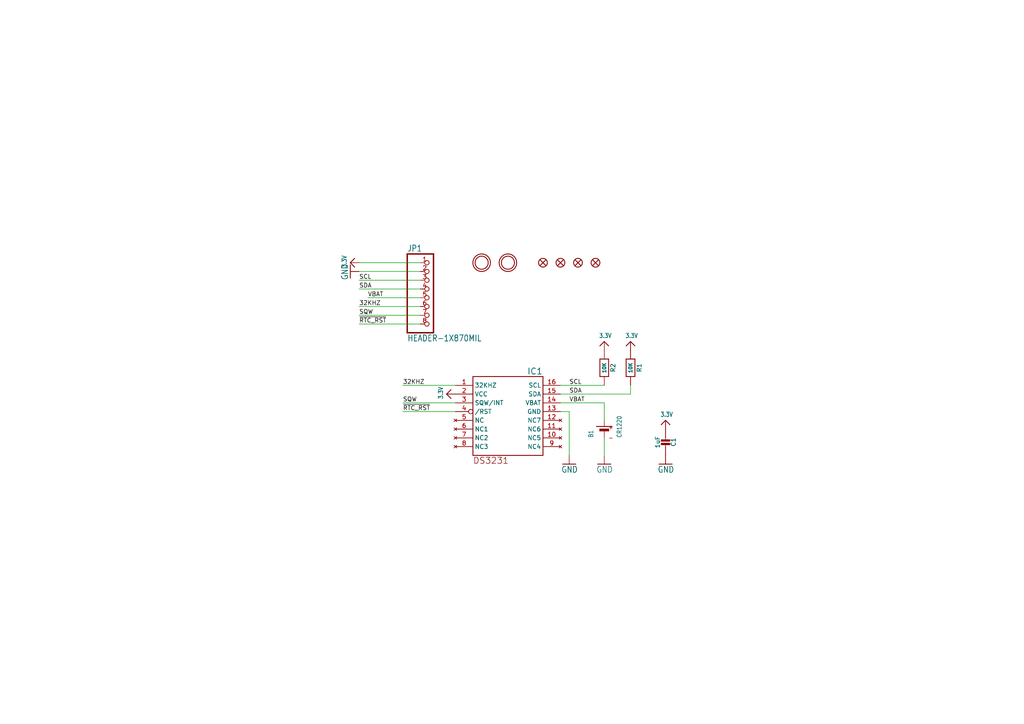
<source format=kicad_sch>
(kicad_sch (version 20211123) (generator eeschema)
  (paper "A4")
  (lib_symbols
    (symbol "eagleSchem-eagle-import:3.3V" (power)
      (property "Value" "3.3V" (at -1.524 1.016 0))
      (symbol "3.3V_1_0"
        (polyline (pts (xy -1.27 -1.27) (xy 0 0)) (stroke (width 0.254)))
        (polyline (pts (xy 0 0) (xy 1.27 -1.27)) (stroke (width 0.254)))
        (pin power_in line (at 0 -2.54 90) (length 2.54) (name "3.3V") (number "1"))
      )
    )
    (symbol "eagleSchem-eagle-import:BATTERYCR1220_SMT"
      (property "Reference" "B" (at -2.54 3.175 0))
      (property "Value" "BATTERYCR1220_SMT" (at -2.54 -5.08 0))
      (symbol "BATTERYCR1220_SMT_1_0"
        (polyline (pts (xy -2.54 0) (xy -0.635 0)) (stroke (width 0.1524)))
        (polyline (pts (xy -0.508 -1.27) (xy -0.508 1.27)) (stroke (width 0.254)))
        (polyline (pts (xy -0.508 1.27) (xy -0.254 1.27)) (stroke (width 0.254)))
        (polyline (pts (xy -0.254 -1.27) (xy -0.508 -1.27)) (stroke (width 0.254)))
        (polyline (pts (xy -0.254 1.27) (xy -0.254 -1.27)) (stroke (width 0.254)))
        (polyline (pts (xy -0.254 1.27) (xy 0 1.27)) (stroke (width 0.254)))
        (polyline (pts (xy 0 -1.27) (xy -0.254 -1.27)) (stroke (width 0.254)))
        (polyline (pts (xy 0 1.27) (xy 0 -1.27)) (stroke (width 0.254)))
        (polyline (pts (xy 0.762 2.286) (xy 0.762 -2.286)) (stroke (width 0.254)))
        (polyline (pts (xy 0.889 0) (xy 2.54 0)) (stroke (width 0.1524)))
        (text "+" (at 1.27 -1.143 900) (effects (font (size 1.27 1.0795)) (justify right top)))
        (text "-" (at -1.778 -1.143 900) (effects (font (size 1.27 1.0795)) (justify right top)))
        (pin passive line (at 2.54 0 180) (length 0) (name "+") (number "+$1"))
        (pin passive line (at -2.54 0 0) (length 0) (name "-") (number "-"))
      )
    )
    (symbol "eagleSchem-eagle-import:CAP_CERAMIC0805-NOOUTLINE"
      (property "Reference" "C" (at -2.29 1.25 90))
      (property "Value" "CAP_CERAMIC0805-NOOUTLINE" (at 2.3 1.25 90))
      (symbol "CAP_CERAMIC0805-NOOUTLINE_1_0"
        (rectangle (start -1.27 0.508) (end 1.27 1.016) (fill (type outline)))
        (rectangle (start -1.27 1.524) (end 1.27 2.032) (fill (type outline)))
        (polyline (pts (xy 0 0.762) (xy 0 0)) (stroke (width 0.1524)))
        (polyline (pts (xy 0 2.54) (xy 0 1.778)) (stroke (width 0.1524)))
        (pin passive line (at 0 5.08 270) (length 2.54) (name "1") (number "1"))
        (pin passive line (at 0 -2.54 90) (length 2.54) (name "2") (number "2"))
      )
    )
    (symbol "eagleSchem-eagle-import:DS3231{slash}SO"
      (property "Reference" "IC" (at 10.16 15.24 0))
      (symbol "DS3231{slash}SO_1_0"
        (polyline (pts (xy -10.16 -10.16) (xy -10.16 12.7)) (stroke (width 0.254)))
        (polyline (pts (xy -10.16 12.7) (xy 10.16 12.7)) (stroke (width 0.254)))
        (polyline (pts (xy 10.16 -10.16) (xy -10.16 -10.16)) (stroke (width 0.254)))
        (polyline (pts (xy 10.16 12.7) (xy 10.16 -10.16)) (stroke (width 0.254)))
        (text "DS3231" (at -10.16 -12.7 0) (effects (font (size 1.778 1.778)) (justify left bottom)))
        (pin output line (at -15.24 10.16 0) (length 5.08) (name "32KHZ") (number "1"))
        (pin no_connect line (at 15.24 -5.08 180) (length 5.08) (name "NC5") (number "10"))
        (pin no_connect line (at 15.24 -2.54 180) (length 5.08) (name "NC6") (number "11"))
        (pin no_connect line (at 15.24 0 180) (length 5.08) (name "NC7") (number "12"))
        (pin power_in line (at 15.24 2.54 180) (length 5.08) (name "GND") (number "13"))
        (pin power_in line (at 15.24 5.08 180) (length 5.08) (name "VBAT") (number "14"))
        (pin bidirectional line (at 15.24 7.62 180) (length 5.08) (name "SDA") (number "15"))
        (pin bidirectional line (at 15.24 10.16 180) (length 5.08) (name "SCL") (number "16"))
        (pin power_in line (at -15.24 7.62 0) (length 5.08) (name "VCC") (number "2"))
        (pin output line (at -15.24 5.08 0) (length 5.08) (name "SQW/INT") (number "3"))
        (pin passive inverted (at -15.24 2.54 0) (length 5.08) (name "/RST") (number "4"))
        (pin no_connect line (at -15.24 0 0) (length 5.08) (name "NC") (number "5"))
        (pin no_connect line (at -15.24 -2.54 0) (length 5.08) (name "NC1") (number "6"))
        (pin no_connect line (at -15.24 -5.08 0) (length 5.08) (name "NC2") (number "7"))
        (pin no_connect line (at -15.24 -7.62 0) (length 5.08) (name "NC3") (number "8"))
        (pin no_connect line (at 15.24 -7.62 180) (length 5.08) (name "NC4") (number "9"))
      )
    )
    (symbol "eagleSchem-eagle-import:FIDUCIAL{dblquote}{dblquote}"
      (symbol "FIDUCIAL{dblquote}{dblquote}_1_0"
        (polyline (pts (xy -0.762 0.762) (xy 0.762 -0.762)) (stroke (width 0.254)))
        (polyline (pts (xy 0.762 0.762) (xy -0.762 -0.762)) (stroke (width 0.254)))
        (circle (center 0 0) (radius 1.27) (stroke (width 0.254)))
      )
    )
    (symbol "eagleSchem-eagle-import:GND" (power)
      (property "Value" "GND" (at -2.54 -2.54 0))
      (symbol "GND_1_0"
        (polyline (pts (xy -1.905 0) (xy 1.905 0)) (stroke (width 0.254)))
        (pin power_in line (at 0 2.54 270) (length 2.54) (name "GND") (number "1"))
      )
    )
    (symbol "eagleSchem-eagle-import:HEADER-1X870MIL"
      (property "Reference" "JP" (at -6.35 13.335 0))
      (property "Value" "HEADER-1X870MIL" (at -6.35 -12.7 0))
      (symbol "HEADER-1X870MIL_1_0"
        (polyline (pts (xy -6.35 -10.16) (xy 1.27 -10.16)) (stroke (width 0.4064)))
        (polyline (pts (xy -6.35 12.7) (xy -6.35 -10.16)) (stroke (width 0.4064)))
        (polyline (pts (xy 1.27 -10.16) (xy 1.27 12.7)) (stroke (width 0.4064)))
        (polyline (pts (xy 1.27 12.7) (xy -6.35 12.7)) (stroke (width 0.4064)))
        (pin passive inverted (at -2.54 10.16 0) (length 2.54) (name "1") (number "1"))
        (pin passive inverted (at -2.54 7.62 0) (length 2.54) (name "2") (number "2"))
        (pin passive inverted (at -2.54 5.08 0) (length 2.54) (name "3") (number "3"))
        (pin passive inverted (at -2.54 2.54 0) (length 2.54) (name "4") (number "4"))
        (pin passive inverted (at -2.54 0 0) (length 2.54) (name "5") (number "5"))
        (pin passive inverted (at -2.54 -2.54 0) (length 2.54) (name "6") (number "6"))
        (pin passive inverted (at -2.54 -5.08 0) (length 2.54) (name "7") (number "7"))
        (pin passive inverted (at -2.54 -7.62 0) (length 2.54) (name "8") (number "8"))
      )
    )
    (symbol "eagleSchem-eagle-import:MOUNTINGHOLE2.5"
      (symbol "MOUNTINGHOLE2.5_1_0"
        (circle (center 0 0) (radius 1.905) (stroke (width 0.254)))
        (circle (center 0 0) (radius 2.54) (stroke (width 0.254)))
      )
    )
    (symbol "eagleSchem-eagle-import:RESISTOR0805_NOOUTLINE"
      (property "Reference" "R" (at 0 2.54 0))
      (property "Value" "RESISTOR0805_NOOUTLINE" (at 0 0 0))
      (symbol "RESISTOR0805_NOOUTLINE_1_0"
        (polyline (pts (xy -2.54 -1.27) (xy -2.54 1.27)) (stroke (width 0.254)))
        (polyline (pts (xy -2.54 1.27) (xy 2.54 1.27)) (stroke (width 0.254)))
        (polyline (pts (xy 2.54 -1.27) (xy -2.54 -1.27)) (stroke (width 0.254)))
        (polyline (pts (xy 2.54 1.27) (xy 2.54 -1.27)) (stroke (width 0.254)))
        (pin passive line (at -5.08 0 0) (length 2.54) (name "1") (number "1"))
        (pin passive line (at 5.08 0 180) (length 2.54) (name "2") (number "2"))
      )
    )
  )
  (wire (pts (xy 121.92 76.2) (xy 104.14 76.2)))
  (wire (pts (xy 104.14 83.82) (xy 121.92 83.82)))
  (wire (pts (xy 162.56 119.38) (xy 165.1 119.38)))
  (wire (pts (xy 116.84 119.38) (xy 132.08 119.38)))
  (wire (pts (xy 104.14 78.74) (xy 121.92 78.74)))
  (wire (pts (xy 116.84 111.76) (xy 132.08 111.76)))
  (wire (pts (xy 121.92 81.28) (xy 104.14 81.28)))
  (wire (pts (xy 175.26 127) (xy 175.26 132.08)))
  (wire (pts (xy 165.1 119.38) (xy 165.1 132.08)))
  (wire (pts (xy 162.56 116.84) (xy 175.26 116.84)))
  (wire (pts (xy 104.14 88.9) (xy 121.92 88.9)))
  (wire (pts (xy 121.92 86.36) (xy 106.68 86.36)))
  (wire (pts (xy 162.56 114.3) (xy 182.88 114.3)))
  (wire (pts (xy 116.84 116.84) (xy 132.08 116.84)))
  (wire (pts (xy 121.92 93.98) (xy 104.14 93.98)))
  (wire (pts (xy 182.88 114.3) (xy 182.88 111.76)))
  (wire (pts (xy 175.26 116.84) (xy 175.26 121.92)))
  (wire (pts (xy 162.56 111.76) (xy 175.26 111.76)))
  (wire (pts (xy 121.92 91.44) (xy 104.14 91.44)))
  (label "~{RTC_RST}" (at 116.84 119.38 0) (effects (font (size 1.2446 1.2446))))
  (label "~{RTC_RST}" (at 104.14 93.98 0) (effects (font (size 1.2446 1.2446))))
  (label "32KHZ" (at 104.14 88.9 0) (effects (font (size 1.2446 1.2446))))
  (label "SQW" (at 116.84 116.84 0) (effects (font (size 1.2446 1.2446))))
  (label "SCL" (at 104.14 81.28 0) (effects (font (size 1.2446 1.2446))))
  (label "VBAT" (at 106.68 86.36 0) (effects (font (size 1.2446 1.2446))))
  (label "SQW" (at 104.14 91.44 0) (effects (font (size 1.2446 1.2446))))
  (label "32KHZ" (at 116.84 111.76 0) (effects (font (size 1.2446 1.2446))))
  (label "SDA" (at 165.1 114.3 0) (effects (font (size 1.2446 1.2446))))
  (label "SDA" (at 104.14 83.82 0) (effects (font (size 1.2446 1.2446))))
  (label "VBAT" (at 165.1 116.84 0) (effects (font (size 1.2446 1.2446))))
  (label "SCL" (at 165.1 111.76 0) (effects (font (size 1.2446 1.2446))))
  (symbol (lib_id "eagleSchem-eagle-import:GND") (at 165.1 134.62 0) (mirror y) (unit 1)
    (property "Reference" "#GND1" (effects hide))
    (property "Value" "GND" (at 167.64 137.16 0) (effects (font (size 1.778 1.5113)) (justify left bottom)))
    (property "Footprint" "eagleSchem:" (effects hide))
  )
  (symbol (lib_id "eagleSchem-eagle-import:FIDUCIAL{dblquote}{dblquote}") (at 157.48 76.2 0) (unit 1)
    (property "Reference" "FID2" (effects hide))
    (property "Value" "FIDUCIAL{dblquote}{dblquote}" (effects hide))
    (property "Footprint" "eagleSchem:FIDUCIAL_1MM" (effects hide))
  )
  (symbol (lib_id "eagleSchem-eagle-import:MOUNTINGHOLE2.5") (at 147.32 76.2 0) (unit 1)
    (property "Reference" "U$7" (effects hide))
    (property "Value" "MOUNTINGHOLE2.5" (effects hide))
    (property "Footprint" "eagleSchem:MOUNTINGHOLE_2.5_PLATED" (effects hide))
  )
  (symbol (lib_id "eagleSchem-eagle-import:FIDUCIAL{dblquote}{dblquote}") (at 172.72 76.2 0) (unit 1)
    (property "Reference" "FID4" (effects hide))
    (property "Value" "FIDUCIAL{dblquote}{dblquote}" (effects hide))
    (property "Footprint" "eagleSchem:FIDUCIAL_1MM" (effects hide))
  )
  (symbol (lib_id "eagleSchem-eagle-import:BATTERYCR1220_SMT") (at 175.26 124.46 90) (unit 1)
    (property "Reference" "B1" (at 172.085 127 0) (effects (font (size 1.27 1.0795)) (justify left bottom)))
    (property "Value" "CR1220" (at 180.34 127 0) (effects (font (size 1.27 1.0795)) (justify left bottom)))
    (property "Footprint" "eagleSchem:CR1220" (effects hide))
  )
  (symbol (lib_id "eagleSchem-eagle-import:CAP_CERAMIC0805-NOOUTLINE") (at 193.04 127 180) (unit 1)
    (property "Reference" "C1" (at 195.33 128.25 90))
    (property "Value" "1uF" (at 190.74 128.25 90))
    (property "Footprint" "eagleSchem:0805-NO" (effects hide))
  )
  (symbol (lib_id "eagleSchem-eagle-import:RESISTOR0805_NOOUTLINE") (at 175.26 106.68 270) (unit 1)
    (property "Reference" "R2" (at 177.8 106.68 0))
    (property "Value" "10K" (at 175.26 106.68 0) (effects (font (size 1.016 1.016) bold)))
    (property "Footprint" "eagleSchem:0805-NO" (effects hide))
  )
  (symbol (lib_id "eagleSchem-eagle-import:FIDUCIAL{dblquote}{dblquote}") (at 167.64 76.2 0) (unit 1)
    (property "Reference" "FID1" (effects hide))
    (property "Value" "FIDUCIAL{dblquote}{dblquote}" (effects hide))
    (property "Footprint" "eagleSchem:FIDUCIAL_1MM" (effects hide))
  )
  (symbol (lib_id "eagleSchem-eagle-import:MOUNTINGHOLE2.5") (at 139.7 76.2 0) (unit 1)
    (property "Reference" "U$6" (effects hide))
    (property "Value" "MOUNTINGHOLE2.5" (effects hide))
    (property "Footprint" "eagleSchem:MOUNTINGHOLE_2.5_PLATED" (effects hide))
  )
  (symbol (lib_id "eagleSchem-eagle-import:3.3V") (at 175.26 99.06 0) (unit 1)
    (property "Reference" "#U$3" (effects hide))
    (property "Value" "3.3V" (at 173.736 98.044 0) (effects (font (size 1.27 1.0795)) (justify left bottom)))
    (property "Footprint" "eagleSchem:" (effects hide))
  )
  (symbol (lib_id "eagleSchem-eagle-import:GND") (at 101.6 78.74 270) (mirror x) (unit 1)
    (property "Reference" "#GND3" (effects hide))
    (property "Value" "GND" (at 99.06 81.28 0) (effects (font (size 1.778 1.5113)) (justify left bottom)))
    (property "Footprint" "eagleSchem:" (effects hide))
  )
  (symbol (lib_id "eagleSchem-eagle-import:DS3231{slash}SO") (at 147.32 121.92 0) (unit 1)
    (property "Reference" "IC1" (at 157.48 106.68 0) (effects (font (size 1.778 1.778)) (justify right top)))
    (property "Value" "DS3231{slash}SO" (effects hide))
    (property "Footprint" "eagleSchem:SO16W" (effects hide))
  )
  (symbol (lib_id "eagleSchem-eagle-import:3.3V") (at 129.54 114.3 90) (unit 1)
    (property "Reference" "#U$2" (effects hide))
    (property "Value" "3.3V" (at 128.524 115.824 0) (effects (font (size 1.27 1.0795)) (justify left bottom)))
    (property "Footprint" "eagleSchem:" (effects hide))
  )
  (symbol (lib_id "eagleSchem-eagle-import:HEADER-1X870MIL") (at 124.46 86.36 0) (unit 1)
    (property "Reference" "JP1" (at 118.11 73.025 0) (effects (font (size 1.778 1.5113)) (justify left bottom)))
    (property "Value" "HEADER-1X870MIL" (at 118.11 99.06 0) (effects (font (size 1.778 1.5113)) (justify left bottom)))
    (property "Footprint" "eagleSchem:1X08_ROUND_70" (effects hide))
  )
  (symbol (lib_id "eagleSchem-eagle-import:FIDUCIAL{dblquote}{dblquote}") (at 162.56 76.2 0) (unit 1)
    (property "Reference" "FID3" (effects hide))
    (property "Value" "FIDUCIAL{dblquote}{dblquote}" (effects hide))
    (property "Footprint" "eagleSchem:FIDUCIAL_1MM" (effects hide))
  )
  (symbol (lib_id "eagleSchem-eagle-import:3.3V") (at 101.6 76.2 90) (unit 1)
    (property "Reference" "#U$1" (effects hide))
    (property "Value" "3.3V" (at 100.584 77.724 0) (effects (font (size 1.27 1.0795)) (justify left bottom)))
    (property "Footprint" "eagleSchem:" (effects hide))
  )
  (symbol (lib_id "eagleSchem-eagle-import:GND") (at 175.26 134.62 0) (mirror y) (unit 1)
    (property "Reference" "#GND5" (effects hide))
    (property "Value" "GND" (at 177.8 137.16 0) (effects (font (size 1.778 1.5113)) (justify left bottom)))
    (property "Footprint" "eagleSchem:" (effects hide))
  )
  (symbol (lib_id "eagleSchem-eagle-import:RESISTOR0805_NOOUTLINE") (at 182.88 106.68 270) (unit 1)
    (property "Reference" "R1" (at 185.42 106.68 0))
    (property "Value" "10K" (at 182.88 106.68 0) (effects (font (size 1.016 1.016) bold)))
    (property "Footprint" "eagleSchem:0805-NO" (effects hide))
  )
  (symbol (lib_id "eagleSchem-eagle-import:3.3V") (at 182.88 99.06 0) (unit 1)
    (property "Reference" "#U$4" (effects hide))
    (property "Value" "3.3V" (at 181.356 98.044 0) (effects (font (size 1.27 1.0795)) (justify left bottom)))
    (property "Footprint" "eagleSchem:" (effects hide))
  )
  (symbol (lib_id "eagleSchem-eagle-import:3.3V") (at 193.04 121.92 0) (unit 1)
    (property "Reference" "#U$5" (effects hide))
    (property "Value" "3.3V" (at 191.516 120.904 0) (effects (font (size 1.27 1.0795)) (justify left bottom)))
    (property "Footprint" "eagleSchem:" (effects hide))
  )
  (symbol (lib_id "eagleSchem-eagle-import:GND") (at 193.04 134.62 0) (mirror y) (unit 1)
    (property "Reference" "#GND2" (effects hide))
    (property "Value" "GND" (at 195.58 137.16 0) (effects (font (size 1.778 1.5113)) (justify left bottom)))
    (property "Footprint" "eagleSchem:" (effects hide))
  )
)
</source>
